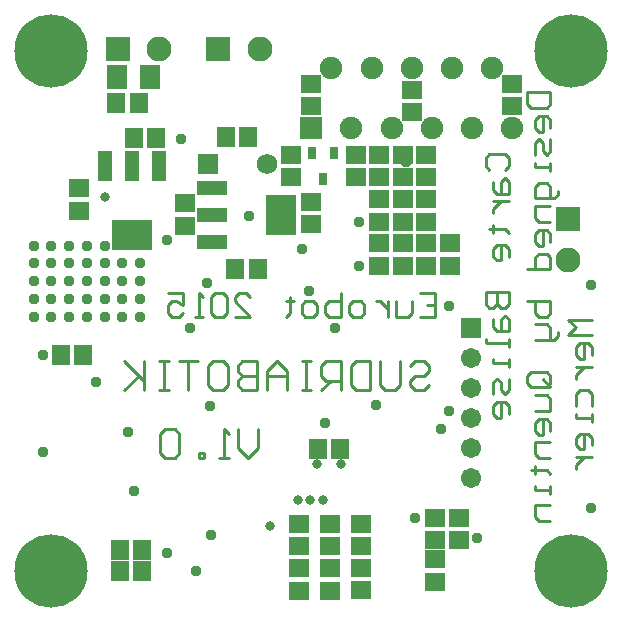
<source format=gbs>
G04 Layer_Color=16711935*
%FSLAX25Y25*%
%MOIN*%
G70*
G01*
G75*
%ADD47C,0.01000*%
%ADD50R,0.05918X0.06706*%
%ADD55R,0.06706X0.05918*%
%ADD63C,0.07493*%
%ADD64R,0.07493X0.07493*%
%ADD65R,0.08280X0.08280*%
%ADD66C,0.08280*%
%ADD67R,0.08280X0.08280*%
%ADD68C,0.06800*%
%ADD69R,0.06800X0.06800*%
%ADD70C,0.06706*%
%ADD71R,0.06706X0.06706*%
%ADD72C,0.03753*%
%ADD73C,0.03162*%
%ADD74C,0.24422*%
%ADD75R,0.13792X0.10249*%
%ADD76R,0.04737X0.10249*%
%ADD77R,0.10249X0.13792*%
%ADD78R,0.10249X0.04737*%
%ADD79R,0.07099X0.07887*%
%ADD80R,0.03162X0.04147*%
D47*
X170278Y-25591D02*
X178150D01*
Y-29526D01*
X176838Y-30838D01*
X171590D01*
X170278Y-29526D01*
Y-25591D01*
X178150Y-37398D02*
Y-34774D01*
X176838Y-33462D01*
X174214D01*
X172902Y-34774D01*
Y-37398D01*
X174214Y-38710D01*
X175526D01*
Y-33462D01*
X178150Y-41333D02*
Y-45269D01*
X176838Y-46581D01*
X175526Y-45269D01*
Y-42645D01*
X174214Y-41333D01*
X172902Y-42645D01*
Y-46581D01*
X178150Y-49205D02*
Y-51829D01*
Y-50517D01*
X172902D01*
Y-49205D01*
X180773Y-58388D02*
Y-59700D01*
X179462Y-61012D01*
X172902D01*
Y-57077D01*
X174214Y-55765D01*
X176838D01*
X178150Y-57077D01*
Y-61012D01*
Y-63636D02*
X172902D01*
Y-67572D01*
X174214Y-68884D01*
X178150D01*
Y-75443D02*
Y-72819D01*
X176838Y-71508D01*
X174214D01*
X172902Y-72819D01*
Y-75443D01*
X174214Y-76755D01*
X175526D01*
Y-71508D01*
X170278Y-84627D02*
X178150D01*
Y-80691D01*
X176838Y-79379D01*
X174214D01*
X172902Y-80691D01*
Y-84627D01*
X170278Y-95122D02*
X178150D01*
Y-99058D01*
X176838Y-100370D01*
X175526D01*
X174214D01*
X172902Y-99058D01*
Y-95122D01*
Y-102993D02*
X176838D01*
X178150Y-104305D01*
Y-108241D01*
X179462D01*
X180773Y-106929D01*
Y-105617D01*
X178150Y-108241D02*
X172902D01*
X176838Y-123984D02*
X171590D01*
X170278Y-122672D01*
Y-120048D01*
X171590Y-118736D01*
X176838D01*
X178150Y-120048D01*
Y-122672D01*
X175526Y-121360D02*
X178150Y-123984D01*
Y-122672D02*
X176838Y-123984D01*
X172902Y-126608D02*
X176838D01*
X178150Y-127920D01*
Y-131855D01*
X172902D01*
X178150Y-138415D02*
Y-135791D01*
X176838Y-134479D01*
X174214D01*
X172902Y-135791D01*
Y-138415D01*
X174214Y-139727D01*
X175526D01*
Y-134479D01*
X178150Y-142351D02*
X172902D01*
Y-146287D01*
X174214Y-147599D01*
X178150D01*
X171590Y-151534D02*
X172902D01*
Y-150222D01*
Y-152846D01*
Y-151534D01*
X176838D01*
X178150Y-152846D01*
Y-156782D02*
Y-159406D01*
Y-158094D01*
X172902D01*
Y-156782D01*
X178150Y-163341D02*
X172902D01*
Y-167277D01*
X174214Y-168589D01*
X178150D01*
X134516Y-92522D02*
X139764D01*
Y-100394D01*
X134516D01*
X139764Y-96458D02*
X137140D01*
X131892Y-95146D02*
Y-99082D01*
X130580Y-100394D01*
X126645D01*
Y-95146D01*
X124021D02*
Y-100394D01*
Y-97770D01*
X122709Y-96458D01*
X121397Y-95146D01*
X120085D01*
X114837Y-100394D02*
X112214D01*
X110902Y-99082D01*
Y-96458D01*
X112214Y-95146D01*
X114837D01*
X116149Y-96458D01*
Y-99082D01*
X114837Y-100394D01*
X108278Y-92522D02*
Y-100394D01*
X104342D01*
X103030Y-99082D01*
Y-97770D01*
Y-96458D01*
X104342Y-95146D01*
X108278D01*
X99094Y-100394D02*
X96471D01*
X95159Y-99082D01*
Y-96458D01*
X96471Y-95146D01*
X99094D01*
X100406Y-96458D01*
Y-99082D01*
X99094Y-100394D01*
X91223Y-93834D02*
Y-95146D01*
X92535D01*
X89911D01*
X91223D01*
Y-99082D01*
X89911Y-100394D01*
X72856D02*
X78104D01*
X72856Y-95146D01*
Y-93834D01*
X74168Y-92522D01*
X76792D01*
X78104Y-93834D01*
X70232D02*
X68920Y-92522D01*
X66297D01*
X64985Y-93834D01*
Y-99082D01*
X66297Y-100394D01*
X68920D01*
X70232Y-99082D01*
Y-93834D01*
X62361Y-100394D02*
X59737D01*
X61049D01*
Y-92522D01*
X62361Y-93834D01*
X50554Y-92522D02*
X55801D01*
Y-96458D01*
X53177Y-95146D01*
X51866D01*
X50554Y-96458D01*
Y-99082D01*
X51866Y-100394D01*
X54489D01*
X55801Y-99082D01*
X191929Y-101378D02*
X184058D01*
X186681Y-104002D01*
X184058Y-106626D01*
X191929D01*
Y-113185D02*
Y-110561D01*
X190617Y-109249D01*
X187993D01*
X186681Y-110561D01*
Y-113185D01*
X187993Y-114497D01*
X189305D01*
Y-109249D01*
X186681Y-117121D02*
X191929D01*
X189305D01*
X187993Y-118433D01*
X186681Y-119745D01*
Y-121057D01*
Y-130240D02*
Y-126304D01*
X187993Y-124992D01*
X190617D01*
X191929Y-126304D01*
Y-130240D01*
Y-132864D02*
Y-135488D01*
Y-134176D01*
X186681D01*
Y-132864D01*
X191929Y-143359D02*
Y-140735D01*
X190617Y-139423D01*
X187993D01*
X186681Y-140735D01*
Y-143359D01*
X187993Y-144671D01*
X189305D01*
Y-139423D01*
X186681Y-147295D02*
X191929D01*
X189305D01*
X187993Y-148607D01*
X186681Y-149919D01*
Y-151231D01*
X80709Y-137799D02*
Y-144358D01*
X77429Y-147638D01*
X74149Y-144358D01*
Y-137799D01*
X70869Y-147638D02*
X67589D01*
X69229D01*
Y-137799D01*
X70869Y-139438D01*
X62670Y-147638D02*
Y-145998D01*
X61030D01*
Y-147638D01*
X62670D01*
X54470Y-139438D02*
X52830Y-137799D01*
X49551D01*
X47911Y-139438D01*
Y-145998D01*
X49551Y-147638D01*
X52830D01*
X54470Y-145998D01*
Y-139438D01*
X131236Y-116800D02*
X132876Y-115161D01*
X136155D01*
X137795Y-116800D01*
Y-118440D01*
X136155Y-120080D01*
X132876D01*
X131236Y-121720D01*
Y-123360D01*
X132876Y-125000D01*
X136155D01*
X137795Y-123360D01*
X127956Y-115161D02*
Y-123360D01*
X126316Y-125000D01*
X123036D01*
X121396Y-123360D01*
Y-115161D01*
X118117D02*
Y-125000D01*
X113197D01*
X111557Y-123360D01*
Y-116800D01*
X113197Y-115161D01*
X118117D01*
X108277Y-125000D02*
Y-115161D01*
X103358D01*
X101718Y-116800D01*
Y-120080D01*
X103358Y-121720D01*
X108277D01*
X104998D02*
X101718Y-125000D01*
X98438Y-115161D02*
X95158D01*
X96798D01*
Y-125000D01*
X98438D01*
X95158D01*
X90238D02*
Y-118440D01*
X86959Y-115161D01*
X83679Y-118440D01*
Y-125000D01*
Y-120080D01*
X90238D01*
X80399Y-115161D02*
Y-125000D01*
X75480D01*
X73840Y-123360D01*
Y-121720D01*
X75480Y-120080D01*
X80399D01*
X75480D01*
X73840Y-118440D01*
Y-116800D01*
X75480Y-115161D01*
X80399D01*
X65640D02*
X68920D01*
X70560Y-116800D01*
Y-123360D01*
X68920Y-125000D01*
X65640D01*
X64000Y-123360D01*
Y-116800D01*
X65640Y-115161D01*
X60720D02*
X54161D01*
X57441D01*
Y-125000D01*
X50881Y-115161D02*
X47601D01*
X49241D01*
Y-125000D01*
X50881D01*
X47601D01*
X42682Y-115161D02*
Y-125000D01*
Y-121720D01*
X36122Y-115161D01*
X41042Y-120080D01*
X36122Y-125000D01*
X157810Y-51508D02*
X156499Y-50196D01*
Y-47572D01*
X157810Y-46260D01*
X163058D01*
X164370Y-47572D01*
Y-50196D01*
X163058Y-51508D01*
X159122Y-55443D02*
Y-58067D01*
X160434Y-59379D01*
X164370D01*
Y-55443D01*
X163058Y-54131D01*
X161746Y-55443D01*
Y-59379D01*
X159122Y-62003D02*
X164370D01*
X161746D01*
X160434Y-63315D01*
X159122Y-64627D01*
Y-65939D01*
X157810Y-71186D02*
X159122D01*
Y-69874D01*
Y-72498D01*
Y-71186D01*
X163058D01*
X164370Y-72498D01*
Y-80370D02*
Y-77746D01*
X163058Y-76434D01*
X160434D01*
X159122Y-77746D01*
Y-80370D01*
X160434Y-81682D01*
X161746D01*
Y-76434D01*
X156499Y-92177D02*
X164370D01*
Y-96113D01*
X163058Y-97425D01*
X161746D01*
X160434Y-96113D01*
Y-92177D01*
Y-96113D01*
X159122Y-97425D01*
X157810D01*
X156499Y-96113D01*
Y-92177D01*
X159122Y-101360D02*
Y-103984D01*
X160434Y-105296D01*
X164370D01*
Y-101360D01*
X163058Y-100048D01*
X161746Y-101360D01*
Y-105296D01*
X164370Y-107920D02*
Y-110544D01*
Y-109232D01*
X156499D01*
Y-107920D01*
X164370Y-114479D02*
Y-117103D01*
Y-115791D01*
X159122D01*
Y-114479D01*
X164370Y-121039D02*
Y-124975D01*
X163058Y-126286D01*
X161746Y-124975D01*
Y-122351D01*
X160434Y-121039D01*
X159122Y-122351D01*
Y-126286D01*
X164370Y-132846D02*
Y-130222D01*
X163058Y-128910D01*
X160434D01*
X159122Y-130222D01*
Y-132846D01*
X160434Y-134158D01*
X161746D01*
Y-128910D01*
D50*
X69980Y-40551D02*
D03*
X77461D02*
D03*
X80512Y-84547D02*
D03*
X73032D02*
D03*
X46752Y-40748D02*
D03*
X39272D02*
D03*
X33465Y-29035D02*
D03*
X40945D02*
D03*
X14961Y-113189D02*
D03*
X22441D02*
D03*
X108071Y-144685D02*
D03*
X100591D02*
D03*
X34646Y-178150D02*
D03*
X42126D02*
D03*
X34646Y-185039D02*
D03*
X42126D02*
D03*
D55*
X20866Y-65158D02*
D03*
Y-57677D02*
D03*
X56299Y-62598D02*
D03*
Y-70079D02*
D03*
X98425Y-22835D02*
D03*
Y-30315D02*
D03*
X165354Y-22835D02*
D03*
Y-30315D02*
D03*
X131890Y-24803D02*
D03*
Y-32283D02*
D03*
X91535Y-53937D02*
D03*
Y-46457D02*
D03*
X113189Y-53937D02*
D03*
Y-46457D02*
D03*
X121063Y-46457D02*
D03*
Y-53937D02*
D03*
X136811Y-68701D02*
D03*
Y-61221D02*
D03*
X136811Y-83465D02*
D03*
Y-75984D02*
D03*
Y-53937D02*
D03*
Y-46457D02*
D03*
X128937Y-61221D02*
D03*
Y-68701D02*
D03*
X121063Y-68701D02*
D03*
Y-61221D02*
D03*
X128937Y-83465D02*
D03*
Y-75984D02*
D03*
Y-46457D02*
D03*
Y-53937D02*
D03*
X144685Y-75984D02*
D03*
Y-83464D02*
D03*
X121063Y-75984D02*
D03*
Y-83464D02*
D03*
X98425Y-62205D02*
D03*
Y-69685D02*
D03*
X139764Y-167520D02*
D03*
Y-175000D02*
D03*
X147638Y-175000D02*
D03*
Y-167520D02*
D03*
X139764Y-188779D02*
D03*
Y-181299D02*
D03*
X104705Y-191732D02*
D03*
Y-184252D02*
D03*
X94488Y-191732D02*
D03*
Y-184252D02*
D03*
X114862Y-191634D02*
D03*
Y-184153D02*
D03*
X104705Y-169488D02*
D03*
Y-176969D02*
D03*
X94488Y-169488D02*
D03*
Y-176969D02*
D03*
X114862Y-169390D02*
D03*
Y-176870D02*
D03*
D63*
X145276Y-17559D02*
D03*
X151969Y-37559D02*
D03*
X158661Y-17559D02*
D03*
X165354Y-37559D02*
D03*
X105118Y-17559D02*
D03*
X111811Y-37559D02*
D03*
X118504Y-17559D02*
D03*
X125197Y-37559D02*
D03*
X131890Y-17559D02*
D03*
X138583Y-37559D02*
D03*
D64*
X98425D02*
D03*
D65*
X67422Y-11220D02*
D03*
X33957Y-11319D02*
D03*
D66*
X81200Y-11220D02*
D03*
X47736Y-11319D02*
D03*
X184055Y-81693D02*
D03*
D67*
Y-67914D02*
D03*
D68*
X83563Y-49409D02*
D03*
D69*
X63878D02*
D03*
D70*
X151575Y-154331D02*
D03*
Y-144331D02*
D03*
Y-134331D02*
D03*
Y-124331D02*
D03*
Y-114331D02*
D03*
D71*
Y-104331D02*
D03*
D72*
X90551Y-46260D02*
D03*
X153543Y-174213D02*
D03*
X5906Y-76772D02*
D03*
Y-82677D02*
D03*
Y-88583D02*
D03*
Y-94488D02*
D03*
Y-100394D02*
D03*
X11811D02*
D03*
Y-94488D02*
D03*
Y-88583D02*
D03*
Y-82677D02*
D03*
Y-76772D02*
D03*
X17717D02*
D03*
Y-82677D02*
D03*
Y-88583D02*
D03*
Y-94488D02*
D03*
Y-100394D02*
D03*
X23622D02*
D03*
Y-94488D02*
D03*
Y-88583D02*
D03*
Y-82677D02*
D03*
Y-76772D02*
D03*
X29528D02*
D03*
Y-82677D02*
D03*
Y-88583D02*
D03*
Y-94488D02*
D03*
Y-100394D02*
D03*
X35433D02*
D03*
Y-94488D02*
D03*
Y-88583D02*
D03*
Y-82677D02*
D03*
X41339Y-100394D02*
D03*
Y-94488D02*
D03*
Y-88583D02*
D03*
Y-82677D02*
D03*
X191732Y-164173D02*
D03*
Y-89764D02*
D03*
X144193Y-96949D02*
D03*
Y-131890D02*
D03*
X55118Y-41339D02*
D03*
X64961Y-173228D02*
D03*
X60039Y-185039D02*
D03*
X34646D02*
D03*
Y-178150D02*
D03*
X50197Y-179133D02*
D03*
X139764Y-188779D02*
D03*
X103150Y-136024D02*
D03*
X58071Y-104331D02*
D03*
X98425Y-69685D02*
D03*
X129921Y-48720D02*
D03*
X106299Y-104331D02*
D03*
X114173Y-83661D02*
D03*
X141732Y-137795D02*
D03*
X133071Y-167520D02*
D03*
X120079Y-129921D02*
D03*
X64764Y-130118D02*
D03*
X39370Y-158465D02*
D03*
X37402Y-138779D02*
D03*
X8858Y-113189D02*
D03*
X26575Y-122047D02*
D03*
X63661Y-89252D02*
D03*
X97638Y-91732D02*
D03*
X77756Y-66929D02*
D03*
X8858Y-145669D02*
D03*
X50197Y-74803D02*
D03*
X95472Y-77756D02*
D03*
X114173Y-68898D02*
D03*
D73*
X84646Y-170276D02*
D03*
X102362Y-161417D02*
D03*
X98130D02*
D03*
X93898D02*
D03*
X114862Y-184153D02*
D03*
X104705Y-184252D02*
D03*
X94488Y-184252D02*
D03*
X108268Y-149606D02*
D03*
X100394D02*
D03*
X29528Y-60532D02*
D03*
D74*
X11811Y-11811D02*
D03*
X185039D02*
D03*
Y-185039D02*
D03*
X11811D02*
D03*
D75*
X38681Y-73130D02*
D03*
D76*
X47736Y-50295D02*
D03*
X38681D02*
D03*
X29626D02*
D03*
D77*
X88287Y-66535D02*
D03*
D78*
X65453Y-57480D02*
D03*
Y-66535D02*
D03*
Y-75590D02*
D03*
D79*
X33563Y-20571D02*
D03*
X44587D02*
D03*
D80*
X98622Y-45965D02*
D03*
X106102D02*
D03*
X102362Y-54429D02*
D03*
M02*

</source>
